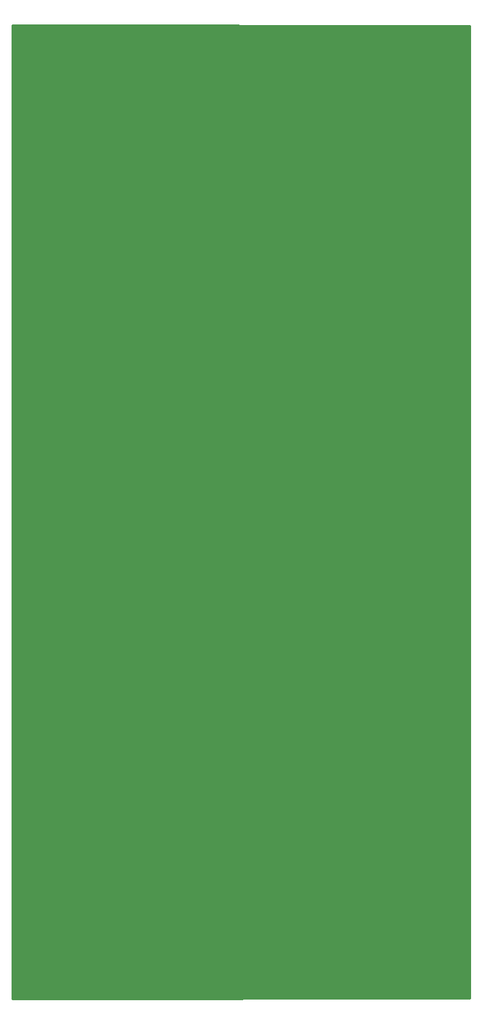
<source format=gbr>
G04 #@! TF.FileFunction,Soldermask,Bot*
%FSLAX46Y46*%
G04 Gerber Fmt 4.6, Leading zero omitted, Abs format (unit mm)*
G04 Created by KiCad (PCBNEW 4.0.1-stable) date Donnerstag, 28. April 2016 'u50' 10:50:22*
%MOMM*%
G01*
G04 APERTURE LIST*
%ADD10C,0.100000*%
%ADD11C,17.400000*%
%ADD12C,8.200000*%
%ADD13C,3.700000*%
%ADD14C,8.100000*%
%ADD15C,10.800000*%
%ADD16C,0.254000*%
G04 APERTURE END LIST*
D10*
D11*
X104100000Y-137225000D03*
X104050000Y-113100000D03*
D12*
X142200000Y-119100000D03*
X142200000Y-131150000D03*
D13*
X97470000Y-157530000D03*
X97480000Y-35040000D03*
D14*
X136450000Y-59400000D03*
D12*
X130100000Y-131200000D03*
X130100000Y-107000000D03*
X130100000Y-143250000D03*
X142150000Y-143250000D03*
X142150000Y-107000000D03*
X130100000Y-119100000D03*
D13*
X143200000Y-157650000D03*
X143200000Y-35150000D03*
X114250000Y-145150000D03*
X96450000Y-125150000D03*
X114250000Y-105150000D03*
X120600000Y-107000000D03*
X120600000Y-119100000D03*
X120600000Y-131150000D03*
X120600000Y-143250000D03*
D15*
X99950000Y-84200000D03*
X120300000Y-84175000D03*
X140625000Y-84175000D03*
D16*
G36*
X119273000Y-85673000D02*
X117027000Y-85673000D01*
X117027000Y-57727000D01*
X119273000Y-57727000D01*
X119273000Y-85673000D01*
X119273000Y-85673000D01*
G37*
X119273000Y-85673000D02*
X117027000Y-85673000D01*
X117027000Y-57727000D01*
X119273000Y-57727000D01*
X119273000Y-85673000D01*
G36*
X150423000Y-32276948D02*
X150423000Y-160423052D01*
X90127000Y-160447948D01*
X90127000Y-32252052D01*
X150423000Y-32276948D01*
X150423000Y-32276948D01*
G37*
X150423000Y-32276948D02*
X150423000Y-160423052D01*
X90127000Y-160447948D01*
X90127000Y-32252052D01*
X150423000Y-32276948D01*
M02*

</source>
